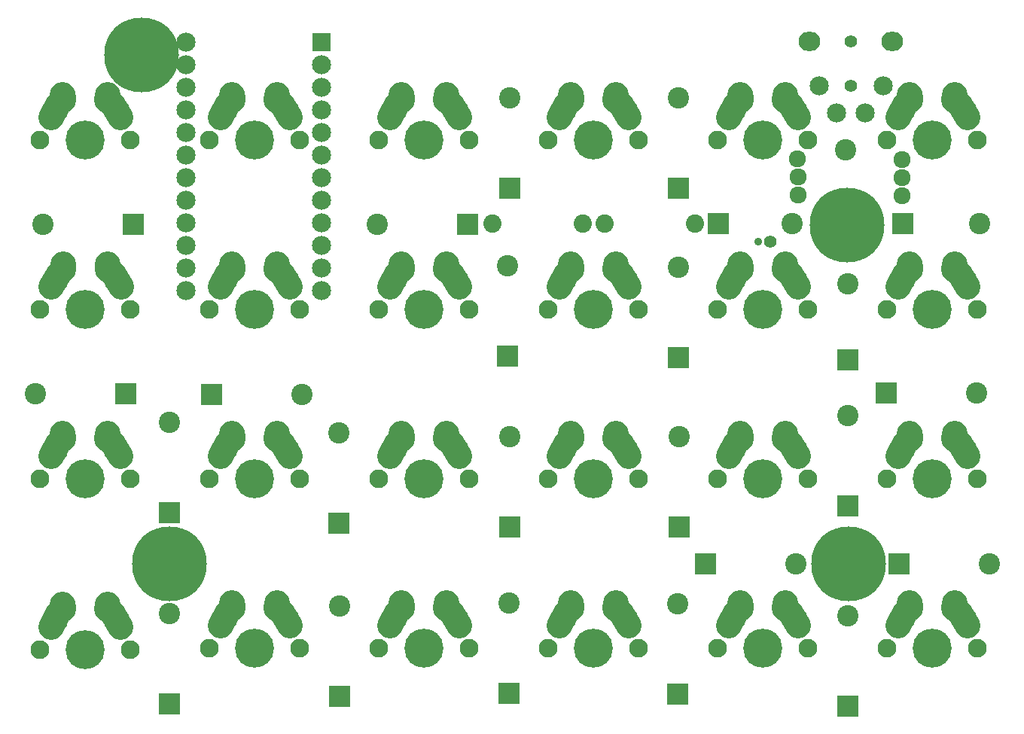
<source format=gbr>
G04 #@! TF.GenerationSoftware,KiCad,Pcbnew,(5.1.4)-1*
G04 #@! TF.CreationDate,2020-12-29T20:37:27-06:00*
G04 #@! TF.ProjectId,lets_split,6c657473-5f73-4706-9c69-742e6b696361,rev?*
G04 #@! TF.SameCoordinates,Original*
G04 #@! TF.FileFunction,Soldermask,Bot*
G04 #@! TF.FilePolarity,Negative*
%FSLAX46Y46*%
G04 Gerber Fmt 4.6, Leading zero omitted, Abs format (unit mm)*
G04 Created by KiCad (PCBNEW (5.1.4)-1) date 2020-12-29 20:37:27*
%MOMM*%
%LPD*%
G04 APERTURE LIST*
%ADD10C,2.051000*%
%ADD11C,2.398980*%
%ADD12R,2.398980X2.398980*%
%ADD13O,2.457400X2.152600*%
%ADD14C,2.152600*%
%ADD15C,1.390600*%
%ADD16C,2.900000*%
%ADD17C,2.900000*%
%ADD18C,4.387810*%
%ADD19C,2.101810*%
%ADD20C,2.400000*%
%ADD21C,1.924000*%
%ADD22C,1.400000*%
%ADD23C,0.900000*%
%ADD24C,8.400000*%
%ADD25R,2.152600X2.152600*%
G04 APERTURE END LIST*
D10*
X101480000Y-56300000D03*
X91320000Y-56300000D03*
D11*
X131247460Y-100340000D03*
D12*
X131247460Y-110500000D03*
D11*
X74097460Y-99240000D03*
D12*
X74097460Y-109400000D03*
D11*
X93147460Y-98940000D03*
D12*
X93147460Y-109100000D03*
D11*
X112147460Y-99040000D03*
D12*
X112147460Y-109200000D03*
D11*
X125410000Y-94497460D03*
D12*
X115250000Y-94497460D03*
D11*
X145760000Y-75347460D03*
D12*
X135600000Y-75347460D03*
D11*
X147160000Y-94497460D03*
D12*
X137000000Y-94497460D03*
D11*
X112297460Y-80240000D03*
D12*
X112297460Y-90400000D03*
D11*
X93247460Y-80240000D03*
D12*
X93247460Y-90400000D03*
D11*
X74047460Y-79790000D03*
D12*
X74047460Y-89950000D03*
D11*
X39890000Y-75402540D03*
D12*
X50050000Y-75402540D03*
D11*
X54997460Y-100090000D03*
D12*
X54997460Y-110250000D03*
D11*
X69860000Y-75447460D03*
D12*
X59700000Y-75447460D03*
D11*
X93047460Y-60990000D03*
D12*
X93047460Y-71150000D03*
D11*
X112247460Y-61140000D03*
D12*
X112247460Y-71300000D03*
D11*
X131250000Y-63000000D03*
D12*
X131297460Y-71550000D03*
D11*
X146060000Y-56247460D03*
D12*
X137500000Y-56250000D03*
D11*
X125000000Y-56250000D03*
D12*
X116750000Y-56297460D03*
D11*
X112197460Y-42090000D03*
D12*
X112197460Y-52250000D03*
D11*
X93247460Y-42090000D03*
D12*
X93247460Y-52250000D03*
D11*
X78390000Y-56352540D03*
D12*
X88550000Y-56352540D03*
D11*
X40790000Y-56352540D03*
D12*
X50950000Y-56352540D03*
D11*
X54997460Y-78590000D03*
D12*
X54997460Y-88750000D03*
D11*
X131247460Y-77840000D03*
D12*
X131247460Y-88000000D03*
D13*
X136298200Y-35745600D03*
D14*
X128043200Y-40749400D03*
X133250200Y-43848200D03*
D13*
X127001800Y-35745600D03*
D14*
X130049800Y-43848200D03*
X135256800Y-40749400D03*
D15*
X131650000Y-35745600D03*
X131650000Y-40749400D03*
D10*
X103970000Y-56300000D03*
X114130000Y-56300000D03*
D16*
X43020000Y-42060000D03*
D17*
X43000276Y-41770672D02*
X43039724Y-42349328D01*
D16*
X49095000Y-43580000D03*
D17*
X48690184Y-42849693D02*
X49499816Y-44310307D01*
D18*
X45500000Y-46850000D03*
D19*
X40420000Y-46850000D03*
X50580000Y-46850000D03*
D16*
X42095000Y-43580000D03*
D17*
X42500453Y-42850046D02*
X41689547Y-44309954D01*
D16*
X48020000Y-42060000D03*
D17*
X48039724Y-41770672D02*
X48000276Y-42349328D01*
D16*
X43070000Y-61160000D03*
D17*
X43050276Y-60870672D02*
X43089724Y-61449328D01*
D16*
X49145000Y-62680000D03*
D17*
X48740184Y-61949693D02*
X49549816Y-63410307D01*
D18*
X45550000Y-65950000D03*
D19*
X40470000Y-65950000D03*
X50630000Y-65950000D03*
D16*
X42145000Y-62680000D03*
D17*
X42550453Y-61950046D02*
X41739547Y-63409954D01*
D16*
X48070000Y-61160000D03*
D17*
X48089724Y-60870672D02*
X48050276Y-61449328D01*
D16*
X43020000Y-80210000D03*
D17*
X43000276Y-79920672D02*
X43039724Y-80499328D01*
D16*
X49095000Y-81730000D03*
D17*
X48690184Y-80999693D02*
X49499816Y-82460307D01*
D18*
X45500000Y-85000000D03*
D19*
X40420000Y-85000000D03*
X50580000Y-85000000D03*
D16*
X42095000Y-81730000D03*
D17*
X42500453Y-81000046D02*
X41689547Y-82459954D01*
D16*
X48020000Y-80210000D03*
D17*
X48039724Y-79920672D02*
X48000276Y-80499328D01*
D16*
X43020000Y-99360000D03*
D17*
X43000276Y-99070672D02*
X43039724Y-99649328D01*
D16*
X49095000Y-100880000D03*
D17*
X48690184Y-100149693D02*
X49499816Y-101610307D01*
D18*
X45500000Y-104150000D03*
D19*
X40420000Y-104150000D03*
X50580000Y-104150000D03*
D16*
X42095000Y-100880000D03*
D17*
X42500453Y-100150046D02*
X41689547Y-101609954D01*
D16*
X48020000Y-99360000D03*
D17*
X48039724Y-99070672D02*
X48000276Y-99649328D01*
D16*
X62070000Y-42060000D03*
D17*
X62050276Y-41770672D02*
X62089724Y-42349328D01*
D16*
X68145000Y-43580000D03*
D17*
X67740184Y-42849693D02*
X68549816Y-44310307D01*
D18*
X64550000Y-46850000D03*
D19*
X59470000Y-46850000D03*
X69630000Y-46850000D03*
D16*
X61145000Y-43580000D03*
D17*
X61550453Y-42850046D02*
X60739547Y-44309954D01*
D16*
X67070000Y-42060000D03*
D17*
X67089724Y-41770672D02*
X67050276Y-42349328D01*
D16*
X62070000Y-61110000D03*
D17*
X62050276Y-60820672D02*
X62089724Y-61399328D01*
D16*
X68145000Y-62630000D03*
D17*
X67740184Y-61899693D02*
X68549816Y-63360307D01*
D18*
X64550000Y-65900000D03*
D19*
X59470000Y-65900000D03*
X69630000Y-65900000D03*
D16*
X61145000Y-62630000D03*
D17*
X61550453Y-61900046D02*
X60739547Y-63359954D01*
D16*
X67070000Y-61110000D03*
D17*
X67089724Y-60820672D02*
X67050276Y-61399328D01*
D16*
X62070000Y-80160000D03*
D17*
X62050276Y-79870672D02*
X62089724Y-80449328D01*
D16*
X68145000Y-81680000D03*
D17*
X67740184Y-80949693D02*
X68549816Y-82410307D01*
D18*
X64550000Y-84950000D03*
D19*
X59470000Y-84950000D03*
X69630000Y-84950000D03*
D16*
X61145000Y-81680000D03*
D17*
X61550453Y-80950046D02*
X60739547Y-82409954D01*
D16*
X67070000Y-80160000D03*
D17*
X67089724Y-79870672D02*
X67050276Y-80449328D01*
D16*
X62070000Y-99210000D03*
D17*
X62050276Y-98920672D02*
X62089724Y-99499328D01*
D16*
X68145000Y-100730000D03*
D17*
X67740184Y-99999693D02*
X68549816Y-101460307D01*
D18*
X64550000Y-104000000D03*
D19*
X59470000Y-104000000D03*
X69630000Y-104000000D03*
D16*
X61145000Y-100730000D03*
D17*
X61550453Y-100000046D02*
X60739547Y-101459954D01*
D16*
X67070000Y-99210000D03*
D17*
X67089724Y-98920672D02*
X67050276Y-99499328D01*
D16*
X81120000Y-42060000D03*
D17*
X81100276Y-41770672D02*
X81139724Y-42349328D01*
D16*
X87195000Y-43580000D03*
D17*
X86790184Y-42849693D02*
X87599816Y-44310307D01*
D18*
X83600000Y-46850000D03*
D19*
X78520000Y-46850000D03*
X88680000Y-46850000D03*
D16*
X80195000Y-43580000D03*
D17*
X80600453Y-42850046D02*
X79789547Y-44309954D01*
D16*
X86120000Y-42060000D03*
D17*
X86139724Y-41770672D02*
X86100276Y-42349328D01*
D16*
X81120000Y-61110000D03*
D17*
X81100276Y-60820672D02*
X81139724Y-61399328D01*
D16*
X87195000Y-62630000D03*
D17*
X86790184Y-61899693D02*
X87599816Y-63360307D01*
D18*
X83600000Y-65900000D03*
D19*
X78520000Y-65900000D03*
X88680000Y-65900000D03*
D16*
X80195000Y-62630000D03*
D17*
X80600453Y-61900046D02*
X79789547Y-63359954D01*
D16*
X86120000Y-61110000D03*
D17*
X86139724Y-60820672D02*
X86100276Y-61399328D01*
D16*
X81120000Y-80160000D03*
D17*
X81100276Y-79870672D02*
X81139724Y-80449328D01*
D16*
X87195000Y-81680000D03*
D17*
X86790184Y-80949693D02*
X87599816Y-82410307D01*
D18*
X83600000Y-84950000D03*
D19*
X78520000Y-84950000D03*
X88680000Y-84950000D03*
D16*
X80195000Y-81680000D03*
D17*
X80600453Y-80950046D02*
X79789547Y-82409954D01*
D16*
X86120000Y-80160000D03*
D17*
X86139724Y-79870672D02*
X86100276Y-80449328D01*
D16*
X81120000Y-99210000D03*
D17*
X81100276Y-98920672D02*
X81139724Y-99499328D01*
D16*
X87195000Y-100730000D03*
D17*
X86790184Y-99999693D02*
X87599816Y-101460307D01*
D18*
X83600000Y-104000000D03*
D19*
X78520000Y-104000000D03*
X88680000Y-104000000D03*
D16*
X80195000Y-100730000D03*
D17*
X80600453Y-100000046D02*
X79789547Y-101459954D01*
D16*
X86120000Y-99210000D03*
D17*
X86139724Y-98920672D02*
X86100276Y-99499328D01*
D16*
X100170000Y-42060000D03*
D17*
X100150276Y-41770672D02*
X100189724Y-42349328D01*
D16*
X106245000Y-43580000D03*
D17*
X105840184Y-42849693D02*
X106649816Y-44310307D01*
D18*
X102650000Y-46850000D03*
D19*
X97570000Y-46850000D03*
X107730000Y-46850000D03*
D16*
X99245000Y-43580000D03*
D17*
X99650453Y-42850046D02*
X98839547Y-44309954D01*
D16*
X105170000Y-42060000D03*
D17*
X105189724Y-41770672D02*
X105150276Y-42349328D01*
D16*
X100170000Y-61110000D03*
D17*
X100150276Y-60820672D02*
X100189724Y-61399328D01*
D16*
X106245000Y-62630000D03*
D17*
X105840184Y-61899693D02*
X106649816Y-63360307D01*
D18*
X102650000Y-65900000D03*
D19*
X97570000Y-65900000D03*
X107730000Y-65900000D03*
D16*
X99245000Y-62630000D03*
D17*
X99650453Y-61900046D02*
X98839547Y-63359954D01*
D16*
X105170000Y-61110000D03*
D17*
X105189724Y-60820672D02*
X105150276Y-61399328D01*
D16*
X100170000Y-80160000D03*
D17*
X100150276Y-79870672D02*
X100189724Y-80449328D01*
D16*
X106245000Y-81680000D03*
D17*
X105840184Y-80949693D02*
X106649816Y-82410307D01*
D18*
X102650000Y-84950000D03*
D19*
X97570000Y-84950000D03*
X107730000Y-84950000D03*
D16*
X99245000Y-81680000D03*
D17*
X99650453Y-80950046D02*
X98839547Y-82409954D01*
D16*
X105170000Y-80160000D03*
D17*
X105189724Y-79870672D02*
X105150276Y-80449328D01*
D16*
X100170000Y-99210000D03*
D17*
X100150276Y-98920672D02*
X100189724Y-99499328D01*
D16*
X106245000Y-100730000D03*
D17*
X105840184Y-99999693D02*
X106649816Y-101460307D01*
D18*
X102650000Y-104000000D03*
D19*
X97570000Y-104000000D03*
X107730000Y-104000000D03*
D16*
X99245000Y-100730000D03*
D17*
X99650453Y-100000046D02*
X98839547Y-101459954D01*
D16*
X105170000Y-99210000D03*
D17*
X105189724Y-98920672D02*
X105150276Y-99499328D01*
D16*
X119220000Y-42060000D03*
D17*
X119200276Y-41770672D02*
X119239724Y-42349328D01*
D16*
X125295000Y-43580000D03*
D17*
X124890184Y-42849693D02*
X125699816Y-44310307D01*
D18*
X121700000Y-46850000D03*
D19*
X116620000Y-46850000D03*
X126780000Y-46850000D03*
D16*
X118295000Y-43580000D03*
D17*
X118700453Y-42850046D02*
X117889547Y-44309954D01*
D16*
X124220000Y-42060000D03*
D17*
X124239724Y-41770672D02*
X124200276Y-42349328D01*
D16*
X119220000Y-61110000D03*
D17*
X119200276Y-60820672D02*
X119239724Y-61399328D01*
D16*
X125295000Y-62630000D03*
D17*
X124890184Y-61899693D02*
X125699816Y-63360307D01*
D18*
X121700000Y-65900000D03*
D19*
X116620000Y-65900000D03*
X126780000Y-65900000D03*
D16*
X118295000Y-62630000D03*
D17*
X118700453Y-61900046D02*
X117889547Y-63359954D01*
D16*
X124220000Y-61110000D03*
D17*
X124239724Y-60820672D02*
X124200276Y-61399328D01*
D16*
X119220000Y-80160000D03*
D17*
X119200276Y-79870672D02*
X119239724Y-80449328D01*
D16*
X125295000Y-81680000D03*
D17*
X124890184Y-80949693D02*
X125699816Y-82410307D01*
D18*
X121700000Y-84950000D03*
D19*
X116620000Y-84950000D03*
X126780000Y-84950000D03*
D16*
X118295000Y-81680000D03*
D17*
X118700453Y-80950046D02*
X117889547Y-82409954D01*
D16*
X124220000Y-80160000D03*
D17*
X124239724Y-79870672D02*
X124200276Y-80449328D01*
D16*
X119220000Y-99210000D03*
D17*
X119200276Y-98920672D02*
X119239724Y-99499328D01*
D16*
X125295000Y-100730000D03*
D17*
X124890184Y-99999693D02*
X125699816Y-101460307D01*
D18*
X121700000Y-104000000D03*
D19*
X116620000Y-104000000D03*
X126780000Y-104000000D03*
D16*
X118295000Y-100730000D03*
D17*
X118700453Y-100000046D02*
X117889547Y-101459954D01*
D16*
X124220000Y-99210000D03*
D17*
X124239724Y-98920672D02*
X124200276Y-99499328D01*
D16*
X138270000Y-42060000D03*
D17*
X138250276Y-41770672D02*
X138289724Y-42349328D01*
D16*
X144345000Y-43580000D03*
D17*
X143940184Y-42849693D02*
X144749816Y-44310307D01*
D18*
X140750000Y-46850000D03*
D19*
X135670000Y-46850000D03*
X145830000Y-46850000D03*
D16*
X137345000Y-43580000D03*
D17*
X137750453Y-42850046D02*
X136939547Y-44309954D01*
D16*
X143270000Y-42060000D03*
D17*
X143289724Y-41770672D02*
X143250276Y-42349328D01*
D16*
X138270000Y-61110000D03*
D17*
X138250276Y-60820672D02*
X138289724Y-61399328D01*
D16*
X144345000Y-62630000D03*
D17*
X143940184Y-61899693D02*
X144749816Y-63360307D01*
D18*
X140750000Y-65900000D03*
D19*
X135670000Y-65900000D03*
X145830000Y-65900000D03*
D16*
X137345000Y-62630000D03*
D17*
X137750453Y-61900046D02*
X136939547Y-63359954D01*
D16*
X143270000Y-61110000D03*
D17*
X143289724Y-60820672D02*
X143250276Y-61399328D01*
D16*
X138270000Y-80160000D03*
D17*
X138250276Y-79870672D02*
X138289724Y-80449328D01*
D16*
X144345000Y-81680000D03*
D17*
X143940184Y-80949693D02*
X144749816Y-82410307D01*
D18*
X140750000Y-84950000D03*
D19*
X135670000Y-84950000D03*
X145830000Y-84950000D03*
D16*
X137345000Y-81680000D03*
D17*
X137750453Y-80950046D02*
X136939547Y-82409954D01*
D16*
X143270000Y-80160000D03*
D17*
X143289724Y-79870672D02*
X143250276Y-80449328D01*
D16*
X138270000Y-99210000D03*
D17*
X138250276Y-98920672D02*
X138289724Y-99499328D01*
D16*
X144345000Y-100730000D03*
D17*
X143940184Y-99999693D02*
X144749816Y-101460307D01*
D18*
X140750000Y-104000000D03*
D19*
X135670000Y-104000000D03*
X145830000Y-104000000D03*
D16*
X137345000Y-100730000D03*
D17*
X137750453Y-100000046D02*
X136939547Y-101459954D01*
D16*
X143270000Y-99210000D03*
D17*
X143289724Y-98920672D02*
X143250276Y-99499328D01*
D20*
X131000000Y-48000000D03*
D21*
X137410000Y-51110000D03*
X137390000Y-49100000D03*
X137410000Y-53110000D03*
X125660000Y-51010000D03*
X125640000Y-49000000D03*
X125660000Y-53010000D03*
D22*
X122520000Y-58270000D03*
D23*
X121180000Y-58290000D03*
D24*
X55000000Y-94500000D03*
X131350000Y-94550000D03*
X131200000Y-56450000D03*
X51850000Y-37300000D03*
D14*
X56820000Y-53618000D03*
X56820000Y-58698000D03*
X72060000Y-53618000D03*
X56820000Y-61238000D03*
X56820000Y-35838000D03*
X72060000Y-43458000D03*
X72060000Y-45998000D03*
X56820000Y-43458000D03*
X56820000Y-40918000D03*
X72060000Y-40918000D03*
X56820000Y-45998000D03*
X72060000Y-38378000D03*
X56820000Y-63778000D03*
X56820000Y-48538000D03*
X72060000Y-48538000D03*
X56820000Y-38378000D03*
X72060000Y-61238000D03*
X72060000Y-56158000D03*
D25*
X72060000Y-35838000D03*
D14*
X72060000Y-51078000D03*
X56820000Y-51078000D03*
X72060000Y-63778000D03*
X56820000Y-56158000D03*
X72060000Y-58698000D03*
M02*

</source>
